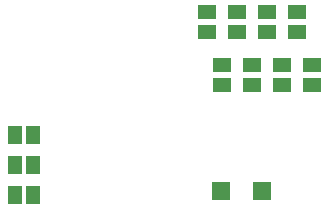
<source format=gbr>
G04 EAGLE Gerber RS-274X export*
G75*
%MOMM*%
%FSLAX34Y34*%
%LPD*%
%INSolderpaste Bottom*%
%IPPOS*%
%AMOC8*
5,1,8,0,0,1.08239X$1,22.5*%
G01*
%ADD10R,1.168400X1.600200*%
%ADD11R,1.500000X1.300000*%
%ADD12R,1.500000X1.500000*%


D10*
X430530Y196850D03*
X445770Y196850D03*
X430530Y222250D03*
X445770Y222250D03*
X430530Y247650D03*
X445770Y247650D03*
D11*
X593725Y334400D03*
X593725Y351400D03*
X606425Y289950D03*
X606425Y306950D03*
X619125Y334400D03*
X619125Y351400D03*
X631825Y289950D03*
X631825Y306950D03*
X644525Y334400D03*
X644525Y351400D03*
X657225Y289950D03*
X657225Y306950D03*
X669925Y334400D03*
X669925Y351400D03*
X682625Y289950D03*
X682625Y306950D03*
D12*
X639800Y200025D03*
X604800Y200025D03*
M02*

</source>
